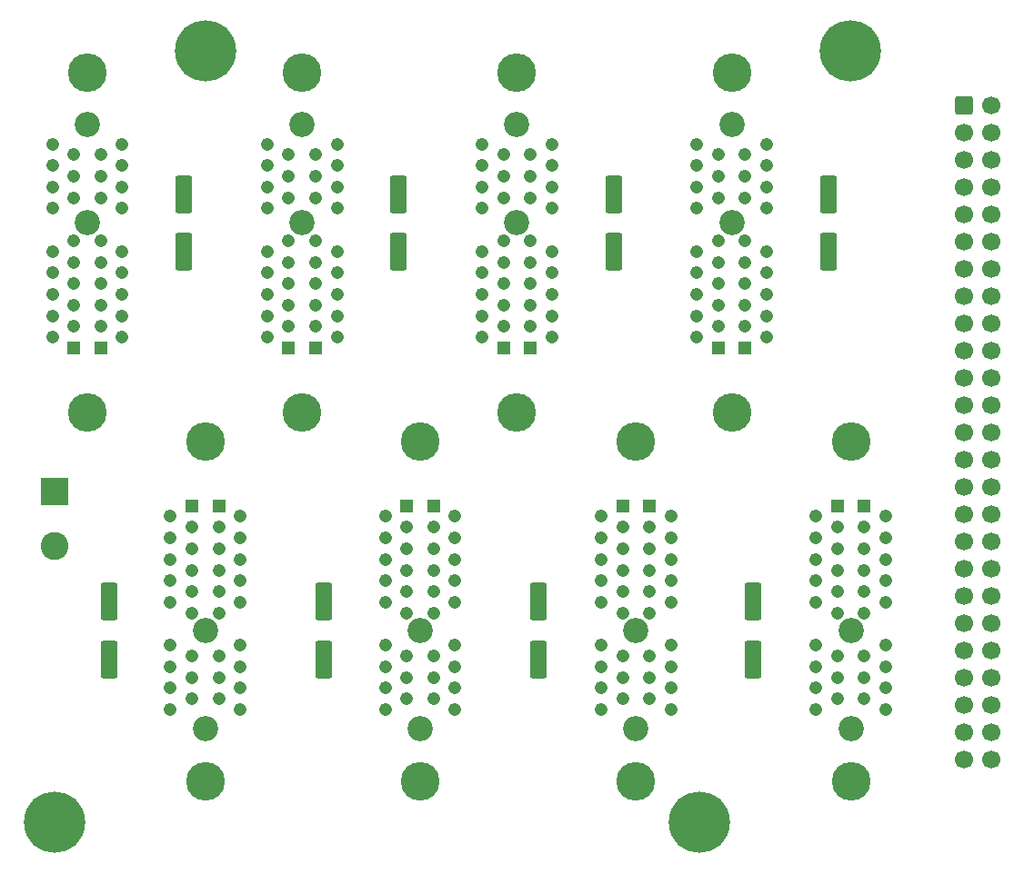
<source format=gbr>
%TF.GenerationSoftware,KiCad,Pcbnew,(5.99.0-8534-g3fcd0860c1)*%
%TF.CreationDate,2021-01-21T22:08:18+01:00*%
%TF.ProjectId,DRV-Carrier,4452562d-4361-4727-9269-65722e6b6963,rev?*%
%TF.SameCoordinates,Original*%
%TF.FileFunction,Soldermask,Top*%
%TF.FilePolarity,Negative*%
%FSLAX46Y46*%
G04 Gerber Fmt 4.6, Leading zero omitted, Abs format (unit mm)*
G04 Created by KiCad (PCBNEW (5.99.0-8534-g3fcd0860c1)) date 2021-01-21 22:08:18*
%MOMM*%
%LPD*%
G01*
G04 APERTURE LIST*
G04 Aperture macros list*
%AMRoundRect*
0 Rectangle with rounded corners*
0 $1 Rounding radius*
0 $2 $3 $4 $5 $6 $7 $8 $9 X,Y pos of 4 corners*
0 Add a 4 corners polygon primitive as box body*
4,1,4,$2,$3,$4,$5,$6,$7,$8,$9,$2,$3,0*
0 Add four circle primitives for the rounded corners*
1,1,$1+$1,$2,$3*
1,1,$1+$1,$4,$5*
1,1,$1+$1,$6,$7*
1,1,$1+$1,$8,$9*
0 Add four rect primitives between the rounded corners*
20,1,$1+$1,$2,$3,$4,$5,0*
20,1,$1+$1,$4,$5,$6,$7,0*
20,1,$1+$1,$6,$7,$8,$9,0*
20,1,$1+$1,$8,$9,$2,$3,0*%
G04 Aperture macros list end*
%ADD10C,3.600000*%
%ADD11R,1.208000X1.208000*%
%ADD12C,1.208000*%
%ADD13C,2.350000*%
%ADD14RoundRect,0.250000X-0.550000X1.500000X-0.550000X-1.500000X0.550000X-1.500000X0.550000X1.500000X0*%
%ADD15RoundRect,0.250000X0.550000X-1.500000X0.550000X1.500000X-0.550000X1.500000X-0.550000X-1.500000X0*%
%ADD16C,5.700000*%
%ADD17RoundRect,0.250000X-0.600000X-0.600000X0.600000X-0.600000X0.600000X0.600000X-0.600000X0.600000X0*%
%ADD18C,1.700000*%
%ADD19R,2.600000X2.600000*%
%ADD20C,2.600000*%
G04 APERTURE END LIST*
D10*
%TO.C,J_MOT8*%
X52000000Y-56000000D03*
X52000000Y-87650000D03*
D11*
X50750000Y-81650000D03*
D12*
X48750000Y-80650000D03*
X50750000Y-79650000D03*
X48750000Y-78650000D03*
X50750000Y-77650000D03*
X48750000Y-76650000D03*
X50750000Y-75650000D03*
X48750000Y-74650000D03*
X50750000Y-73650000D03*
X48750000Y-72650000D03*
X50750000Y-71650000D03*
X48750000Y-68650000D03*
X50750000Y-67650000D03*
X48750000Y-66650000D03*
X50750000Y-65650000D03*
X48750000Y-64650000D03*
X50750000Y-63650000D03*
X48750000Y-62650000D03*
D11*
X53250000Y-81650000D03*
D12*
X55250000Y-80650000D03*
X53250000Y-79650000D03*
X55250000Y-78650000D03*
X53250000Y-77650000D03*
X55250000Y-76650000D03*
X53250000Y-75650000D03*
X55250000Y-74650000D03*
X53250000Y-73650000D03*
X55250000Y-72650000D03*
X53250000Y-71650000D03*
X55250000Y-68650000D03*
X53250000Y-67650000D03*
X55250000Y-66650000D03*
X53250000Y-65650000D03*
X55250000Y-64650000D03*
X53250000Y-63650000D03*
X55250000Y-62650000D03*
D13*
X52000000Y-70000000D03*
X52000000Y-60850000D03*
%TD*%
D14*
%TO.C,C7*%
X101000000Y-67300000D03*
X101000000Y-72700000D03*
%TD*%
D15*
%TO.C,C4*%
X94000000Y-110700000D03*
X94000000Y-105300000D03*
%TD*%
D16*
%TO.C,H4*%
X109000000Y-125878680D03*
%TD*%
%TO.C,H3*%
X49000000Y-125878680D03*
%TD*%
%TO.C,H2*%
X123000000Y-54000000D03*
%TD*%
D10*
%TO.C,J_MOT3*%
X63000000Y-90350000D03*
X63000000Y-122000000D03*
D11*
X64250000Y-96350000D03*
D12*
X66250000Y-97350000D03*
X64250000Y-98350000D03*
X66250000Y-99350000D03*
X64250000Y-100350000D03*
X66250000Y-101350000D03*
X64250000Y-102350000D03*
X66250000Y-103350000D03*
X64250000Y-104350000D03*
X66250000Y-105350000D03*
X64250000Y-106350000D03*
X66250000Y-109350000D03*
X64250000Y-110350000D03*
X66250000Y-111350000D03*
X64250000Y-112350000D03*
X66250000Y-113350000D03*
X64250000Y-114350000D03*
X66250000Y-115350000D03*
D11*
X61750000Y-96350000D03*
D12*
X59750000Y-97350000D03*
X61750000Y-98350000D03*
X59750000Y-99350000D03*
X61750000Y-100350000D03*
X59750000Y-101350000D03*
X61750000Y-102350000D03*
X59750000Y-103350000D03*
X61750000Y-104350000D03*
X59750000Y-105350000D03*
X61750000Y-106350000D03*
X59750000Y-109350000D03*
X61750000Y-110350000D03*
X59750000Y-111350000D03*
X61750000Y-112350000D03*
X59750000Y-113350000D03*
X61750000Y-114350000D03*
X59750000Y-115350000D03*
D13*
X63000000Y-117150000D03*
X63000000Y-108000000D03*
%TD*%
D14*
%TO.C,C6*%
X121000000Y-67300000D03*
X121000000Y-72700000D03*
%TD*%
D17*
%TO.C,J2*%
X133600000Y-59080000D03*
D18*
X136140000Y-59080000D03*
X133600000Y-61620000D03*
X136140000Y-61620000D03*
X133600000Y-64160000D03*
X136140000Y-64160000D03*
X133600000Y-66700000D03*
X136140000Y-66700000D03*
X133600000Y-69240000D03*
X136140000Y-69240000D03*
X133600000Y-71780000D03*
X136140000Y-71780000D03*
X133600000Y-74320000D03*
X136140000Y-74320000D03*
X133600000Y-76860000D03*
X136140000Y-76860000D03*
X133600000Y-79400000D03*
X136140000Y-79400000D03*
X133600000Y-81940000D03*
X136140000Y-81940000D03*
X133600000Y-84480000D03*
X136140000Y-84480000D03*
X133600000Y-87020000D03*
X136140000Y-87020000D03*
X133600000Y-89560000D03*
X136140000Y-89560000D03*
X133600000Y-92100000D03*
X136140000Y-92100000D03*
X133600000Y-94640000D03*
X136140000Y-94640000D03*
X133600000Y-97180000D03*
X136140000Y-97180000D03*
X133600000Y-99720000D03*
X136140000Y-99720000D03*
X133600000Y-102260000D03*
X136140000Y-102260000D03*
X133600000Y-104800000D03*
X136140000Y-104800000D03*
X133600000Y-107340000D03*
X136140000Y-107340000D03*
X133600000Y-109880000D03*
X136140000Y-109880000D03*
X133600000Y-112420000D03*
X136140000Y-112420000D03*
X133600000Y-114960000D03*
X136140000Y-114960000D03*
X133600000Y-117500000D03*
X136140000Y-117500000D03*
X133600000Y-120040000D03*
X136140000Y-120040000D03*
%TD*%
D16*
%TO.C,H1*%
X63000000Y-54000000D03*
%TD*%
D15*
%TO.C,C2*%
X54000000Y-110700000D03*
X54000000Y-105300000D03*
%TD*%
D14*
%TO.C,C8*%
X81000000Y-67300000D03*
X81000000Y-72700000D03*
%TD*%
D15*
%TO.C,C1*%
X74000000Y-110700000D03*
X74000000Y-105300000D03*
%TD*%
D10*
%TO.C,J_MOT5*%
X112000000Y-87650000D03*
X112000000Y-56000000D03*
D11*
X110750000Y-81650000D03*
D12*
X108750000Y-80650000D03*
X110750000Y-79650000D03*
X108750000Y-78650000D03*
X110750000Y-77650000D03*
X108750000Y-76650000D03*
X110750000Y-75650000D03*
X108750000Y-74650000D03*
X110750000Y-73650000D03*
X108750000Y-72650000D03*
X110750000Y-71650000D03*
X108750000Y-68650000D03*
X110750000Y-67650000D03*
X108750000Y-66650000D03*
X110750000Y-65650000D03*
X108750000Y-64650000D03*
X110750000Y-63650000D03*
X108750000Y-62650000D03*
D11*
X113250000Y-81650000D03*
D12*
X115250000Y-80650000D03*
X113250000Y-79650000D03*
X115250000Y-78650000D03*
X113250000Y-77650000D03*
X115250000Y-76650000D03*
X113250000Y-75650000D03*
X115250000Y-74650000D03*
X113250000Y-73650000D03*
X115250000Y-72650000D03*
X113250000Y-71650000D03*
X115250000Y-68650000D03*
X113250000Y-67650000D03*
X115250000Y-66650000D03*
X113250000Y-65650000D03*
X115250000Y-64650000D03*
X113250000Y-63650000D03*
X115250000Y-62650000D03*
D13*
X112000000Y-70000000D03*
X112000000Y-60850000D03*
%TD*%
D10*
%TO.C,J_MOT2*%
X83000000Y-90350000D03*
X83000000Y-122000000D03*
D11*
X84250000Y-96350000D03*
D12*
X86250000Y-97350000D03*
X84250000Y-98350000D03*
X86250000Y-99350000D03*
X84250000Y-100350000D03*
X86250000Y-101350000D03*
X84250000Y-102350000D03*
X86250000Y-103350000D03*
X84250000Y-104350000D03*
X86250000Y-105350000D03*
X84250000Y-106350000D03*
X86250000Y-109350000D03*
X84250000Y-110350000D03*
X86250000Y-111350000D03*
X84250000Y-112350000D03*
X86250000Y-113350000D03*
X84250000Y-114350000D03*
X86250000Y-115350000D03*
D11*
X81750000Y-96350000D03*
D12*
X79750000Y-97350000D03*
X81750000Y-98350000D03*
X79750000Y-99350000D03*
X81750000Y-100350000D03*
X79750000Y-101350000D03*
X81750000Y-102350000D03*
X79750000Y-103350000D03*
X81750000Y-104350000D03*
X79750000Y-105350000D03*
X81750000Y-106350000D03*
X79750000Y-109350000D03*
X81750000Y-110350000D03*
X79750000Y-111350000D03*
X81750000Y-112350000D03*
X79750000Y-113350000D03*
X81750000Y-114350000D03*
X79750000Y-115350000D03*
D13*
X83000000Y-117150000D03*
X83000000Y-108000000D03*
%TD*%
D19*
%TO.C,J1*%
X49000000Y-95000000D03*
D20*
X49000000Y-100080000D03*
%TD*%
D10*
%TO.C,J_MOT6*%
X92000000Y-87650000D03*
X92000000Y-56000000D03*
D11*
X90750000Y-81650000D03*
D12*
X88750000Y-80650000D03*
X90750000Y-79650000D03*
X88750000Y-78650000D03*
X90750000Y-77650000D03*
X88750000Y-76650000D03*
X90750000Y-75650000D03*
X88750000Y-74650000D03*
X90750000Y-73650000D03*
X88750000Y-72650000D03*
X90750000Y-71650000D03*
X88750000Y-68650000D03*
X90750000Y-67650000D03*
X88750000Y-66650000D03*
X90750000Y-65650000D03*
X88750000Y-64650000D03*
X90750000Y-63650000D03*
X88750000Y-62650000D03*
D11*
X93250000Y-81650000D03*
D12*
X95250000Y-80650000D03*
X93250000Y-79650000D03*
X95250000Y-78650000D03*
X93250000Y-77650000D03*
X95250000Y-76650000D03*
X93250000Y-75650000D03*
X95250000Y-74650000D03*
X93250000Y-73650000D03*
X95250000Y-72650000D03*
X93250000Y-71650000D03*
X95250000Y-68650000D03*
X93250000Y-67650000D03*
X95250000Y-66650000D03*
X93250000Y-65650000D03*
X95250000Y-64650000D03*
X93250000Y-63650000D03*
X95250000Y-62650000D03*
D13*
X92000000Y-60850000D03*
X92000000Y-70000000D03*
%TD*%
D10*
%TO.C,J_MOT7*%
X72000000Y-87650000D03*
X72000000Y-56000000D03*
D11*
X70750000Y-81650000D03*
D12*
X68750000Y-80650000D03*
X70750000Y-79650000D03*
X68750000Y-78650000D03*
X70750000Y-77650000D03*
X68750000Y-76650000D03*
X70750000Y-75650000D03*
X68750000Y-74650000D03*
X70750000Y-73650000D03*
X68750000Y-72650000D03*
X70750000Y-71650000D03*
X68750000Y-68650000D03*
X70750000Y-67650000D03*
X68750000Y-66650000D03*
X70750000Y-65650000D03*
X68750000Y-64650000D03*
X70750000Y-63650000D03*
X68750000Y-62650000D03*
D11*
X73250000Y-81650000D03*
D12*
X75250000Y-80650000D03*
X73250000Y-79650000D03*
X75250000Y-78650000D03*
X73250000Y-77650000D03*
X75250000Y-76650000D03*
X73250000Y-75650000D03*
X75250000Y-74650000D03*
X73250000Y-73650000D03*
X75250000Y-72650000D03*
X73250000Y-71650000D03*
X75250000Y-68650000D03*
X73250000Y-67650000D03*
X75250000Y-66650000D03*
X73250000Y-65650000D03*
X75250000Y-64650000D03*
X73250000Y-63650000D03*
X75250000Y-62650000D03*
D13*
X72000000Y-70000000D03*
X72000000Y-60850000D03*
%TD*%
D15*
%TO.C,C5*%
X114000000Y-110700000D03*
X114000000Y-105300000D03*
%TD*%
D10*
%TO.C,J_MOT1*%
X123100000Y-122000000D03*
X123100000Y-90350000D03*
D11*
X124350000Y-96350000D03*
D12*
X126350000Y-97350000D03*
X124350000Y-98350000D03*
X126350000Y-99350000D03*
X124350000Y-100350000D03*
X126350000Y-101350000D03*
X124350000Y-102350000D03*
X126350000Y-103350000D03*
X124350000Y-104350000D03*
X126350000Y-105350000D03*
X124350000Y-106350000D03*
X126350000Y-109350000D03*
X124350000Y-110350000D03*
X126350000Y-111350000D03*
X124350000Y-112350000D03*
X126350000Y-113350000D03*
X124350000Y-114350000D03*
X126350000Y-115350000D03*
D11*
X121850000Y-96350000D03*
D12*
X119850000Y-97350000D03*
X121850000Y-98350000D03*
X119850000Y-99350000D03*
X121850000Y-100350000D03*
X119850000Y-101350000D03*
X121850000Y-102350000D03*
X119850000Y-103350000D03*
X121850000Y-104350000D03*
X119850000Y-105350000D03*
X121850000Y-106350000D03*
X119850000Y-109350000D03*
X121850000Y-110350000D03*
X119850000Y-111350000D03*
X121850000Y-112350000D03*
X119850000Y-113350000D03*
X121850000Y-114350000D03*
X119850000Y-115350000D03*
D13*
X123100000Y-108000000D03*
X123100000Y-117150000D03*
%TD*%
D14*
%TO.C,C3*%
X61000000Y-67300000D03*
X61000000Y-72700000D03*
%TD*%
D10*
%TO.C,J_MOT4*%
X103100000Y-122000000D03*
X103100000Y-90350000D03*
D11*
X104350000Y-96350000D03*
D12*
X106350000Y-97350000D03*
X104350000Y-98350000D03*
X106350000Y-99350000D03*
X104350000Y-100350000D03*
X106350000Y-101350000D03*
X104350000Y-102350000D03*
X106350000Y-103350000D03*
X104350000Y-104350000D03*
X106350000Y-105350000D03*
X104350000Y-106350000D03*
X106350000Y-109350000D03*
X104350000Y-110350000D03*
X106350000Y-111350000D03*
X104350000Y-112350000D03*
X106350000Y-113350000D03*
X104350000Y-114350000D03*
X106350000Y-115350000D03*
D11*
X101850000Y-96350000D03*
D12*
X99850000Y-97350000D03*
X101850000Y-98350000D03*
X99850000Y-99350000D03*
X101850000Y-100350000D03*
X99850000Y-101350000D03*
X101850000Y-102350000D03*
X99850000Y-103350000D03*
X101850000Y-104350000D03*
X99850000Y-105350000D03*
X101850000Y-106350000D03*
X99850000Y-109350000D03*
X101850000Y-110350000D03*
X99850000Y-111350000D03*
X101850000Y-112350000D03*
X99850000Y-113350000D03*
X101850000Y-114350000D03*
X99850000Y-115350000D03*
D13*
X103100000Y-108000000D03*
X103100000Y-117150000D03*
%TD*%
M02*

</source>
